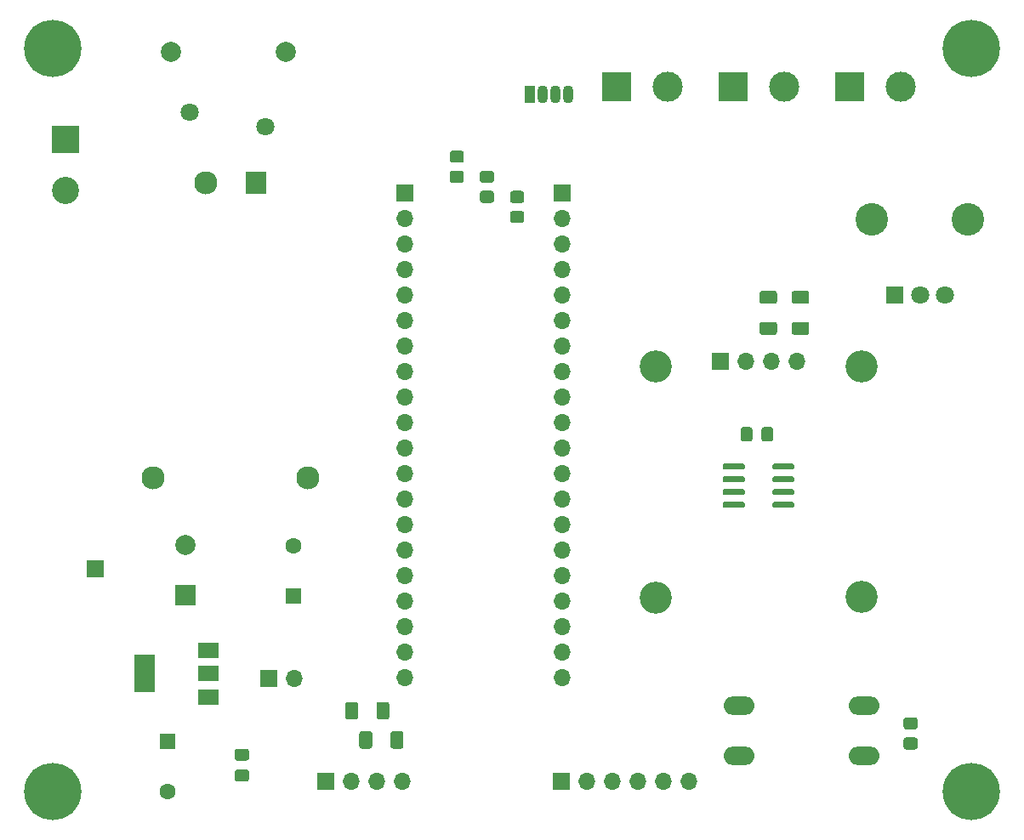
<source format=gbr>
G04 #@! TF.GenerationSoftware,KiCad,Pcbnew,(5.1.7)-1*
G04 #@! TF.CreationDate,2021-01-09T20:06:41-03:00*
G04 #@! TF.ProjectId,PCB_CONTROLADORA_SOLDAGEM,5043425f-434f-44e5-9452-4f4c41444f52,rev?*
G04 #@! TF.SameCoordinates,Original*
G04 #@! TF.FileFunction,Soldermask,Top*
G04 #@! TF.FilePolarity,Negative*
%FSLAX46Y46*%
G04 Gerber Fmt 4.6, Leading zero omitted, Abs format (unit mm)*
G04 Created by KiCad (PCBNEW (5.1.7)-1) date 2021-01-09 20:06:41*
%MOMM*%
%LPD*%
G01*
G04 APERTURE LIST*
%ADD10R,2.700000X2.700000*%
%ADD11C,2.700000*%
%ADD12C,3.200000*%
%ADD13R,3.000000X3.000000*%
%ADD14C,3.000000*%
%ADD15O,1.700000X1.700000*%
%ADD16R,1.700000X1.700000*%
%ADD17O,3.048000X1.850000*%
%ADD18R,1.600000X1.600000*%
%ADD19C,1.600000*%
%ADD20C,2.300000*%
%ADD21R,2.000000X2.300000*%
%ADD22C,1.800000*%
%ADD23R,2.000000X3.800000*%
%ADD24R,2.000000X1.500000*%
%ADD25C,2.000000*%
%ADD26R,2.000000X2.000000*%
%ADD27R,1.070000X1.800000*%
%ADD28O,1.070000X1.800000*%
%ADD29R,1.800000X1.800000*%
%ADD30C,3.240000*%
%ADD31C,5.700000*%
G04 APERTURE END LIST*
D10*
X107140000Y-75840000D03*
D11*
X107140000Y-80920000D03*
D12*
X165930000Y-98450000D03*
X186430000Y-98440000D03*
X165930000Y-121454000D03*
X186430000Y-121440000D03*
D13*
X185240000Y-70570000D03*
D14*
X190320000Y-70570000D03*
X167140000Y-70570000D03*
D13*
X162060000Y-70570000D03*
D15*
X140960000Y-129425001D03*
X140960000Y-126885001D03*
X140960000Y-124345001D03*
X140960000Y-121805001D03*
X140960000Y-119265001D03*
X140960000Y-116725001D03*
X140960000Y-114185001D03*
X140960000Y-111645001D03*
X140960000Y-109105001D03*
X140960000Y-106565001D03*
X140960000Y-104025001D03*
X140960000Y-101485001D03*
X140960000Y-98945001D03*
X140960000Y-96405001D03*
X140960000Y-93865001D03*
X140960000Y-91325001D03*
X140960000Y-88785001D03*
X140960000Y-86245001D03*
X140960000Y-83705001D03*
D16*
X140960000Y-81165001D03*
X156605001Y-81165001D03*
D15*
X156605001Y-83705001D03*
X156605001Y-86245001D03*
X156605001Y-88785001D03*
X156605001Y-91325001D03*
X156605001Y-93865001D03*
X156605001Y-96405001D03*
X156605001Y-98945001D03*
X156605001Y-101485001D03*
X156605001Y-104025001D03*
X156605001Y-106565001D03*
X156605001Y-109105001D03*
X156605001Y-111645001D03*
X156605001Y-114185001D03*
X156605001Y-116725001D03*
X156605001Y-119265001D03*
X156605001Y-121805001D03*
X156605001Y-124345001D03*
X156605001Y-126885001D03*
X156605001Y-129425001D03*
G36*
G01*
X190859999Y-133400000D02*
X191760001Y-133400000D01*
G75*
G02*
X192010000Y-133649999I0J-249999D01*
G01*
X192010000Y-134350001D01*
G75*
G02*
X191760001Y-134600000I-249999J0D01*
G01*
X190859999Y-134600000D01*
G75*
G02*
X190610000Y-134350001I0J249999D01*
G01*
X190610000Y-133649999D01*
G75*
G02*
X190859999Y-133400000I249999J0D01*
G01*
G37*
G36*
G01*
X190859999Y-135400000D02*
X191760001Y-135400000D01*
G75*
G02*
X192010000Y-135649999I0J-249999D01*
G01*
X192010000Y-136350001D01*
G75*
G02*
X191760001Y-136600000I-249999J0D01*
G01*
X190859999Y-136600000D01*
G75*
G02*
X190610000Y-136350001I0J249999D01*
G01*
X190610000Y-135649999D01*
G75*
G02*
X190859999Y-135400000I249999J0D01*
G01*
G37*
D17*
X186710000Y-132250000D03*
X186710000Y-137250000D03*
X174210000Y-132250000D03*
X174210000Y-137250000D03*
G36*
G01*
X179750000Y-112100000D02*
X179750000Y-112400000D01*
G75*
G02*
X179600000Y-112550000I-150000J0D01*
G01*
X177700000Y-112550000D01*
G75*
G02*
X177550000Y-112400000I0J150000D01*
G01*
X177550000Y-112100000D01*
G75*
G02*
X177700000Y-111950000I150000J0D01*
G01*
X179600000Y-111950000D01*
G75*
G02*
X179750000Y-112100000I0J-150000D01*
G01*
G37*
G36*
G01*
X179750000Y-110830000D02*
X179750000Y-111130000D01*
G75*
G02*
X179600000Y-111280000I-150000J0D01*
G01*
X177700000Y-111280000D01*
G75*
G02*
X177550000Y-111130000I0J150000D01*
G01*
X177550000Y-110830000D01*
G75*
G02*
X177700000Y-110680000I150000J0D01*
G01*
X179600000Y-110680000D01*
G75*
G02*
X179750000Y-110830000I0J-150000D01*
G01*
G37*
G36*
G01*
X179750000Y-109560000D02*
X179750000Y-109860000D01*
G75*
G02*
X179600000Y-110010000I-150000J0D01*
G01*
X177700000Y-110010000D01*
G75*
G02*
X177550000Y-109860000I0J150000D01*
G01*
X177550000Y-109560000D01*
G75*
G02*
X177700000Y-109410000I150000J0D01*
G01*
X179600000Y-109410000D01*
G75*
G02*
X179750000Y-109560000I0J-150000D01*
G01*
G37*
G36*
G01*
X179750000Y-108290000D02*
X179750000Y-108590000D01*
G75*
G02*
X179600000Y-108740000I-150000J0D01*
G01*
X177700000Y-108740000D01*
G75*
G02*
X177550000Y-108590000I0J150000D01*
G01*
X177550000Y-108290000D01*
G75*
G02*
X177700000Y-108140000I150000J0D01*
G01*
X179600000Y-108140000D01*
G75*
G02*
X179750000Y-108290000I0J-150000D01*
G01*
G37*
G36*
G01*
X174800000Y-108290000D02*
X174800000Y-108590000D01*
G75*
G02*
X174650000Y-108740000I-150000J0D01*
G01*
X172750000Y-108740000D01*
G75*
G02*
X172600000Y-108590000I0J150000D01*
G01*
X172600000Y-108290000D01*
G75*
G02*
X172750000Y-108140000I150000J0D01*
G01*
X174650000Y-108140000D01*
G75*
G02*
X174800000Y-108290000I0J-150000D01*
G01*
G37*
G36*
G01*
X174800000Y-109560000D02*
X174800000Y-109860000D01*
G75*
G02*
X174650000Y-110010000I-150000J0D01*
G01*
X172750000Y-110010000D01*
G75*
G02*
X172600000Y-109860000I0J150000D01*
G01*
X172600000Y-109560000D01*
G75*
G02*
X172750000Y-109410000I150000J0D01*
G01*
X174650000Y-109410000D01*
G75*
G02*
X174800000Y-109560000I0J-150000D01*
G01*
G37*
G36*
G01*
X174800000Y-110830000D02*
X174800000Y-111130000D01*
G75*
G02*
X174650000Y-111280000I-150000J0D01*
G01*
X172750000Y-111280000D01*
G75*
G02*
X172600000Y-111130000I0J150000D01*
G01*
X172600000Y-110830000D01*
G75*
G02*
X172750000Y-110680000I150000J0D01*
G01*
X174650000Y-110680000D01*
G75*
G02*
X174800000Y-110830000I0J-150000D01*
G01*
G37*
G36*
G01*
X174800000Y-112100000D02*
X174800000Y-112400000D01*
G75*
G02*
X174650000Y-112550000I-150000J0D01*
G01*
X172750000Y-112550000D01*
G75*
G02*
X172600000Y-112400000I0J150000D01*
G01*
X172600000Y-112100000D01*
G75*
G02*
X172750000Y-111950000I150000J0D01*
G01*
X174650000Y-111950000D01*
G75*
G02*
X174800000Y-112100000I0J-150000D01*
G01*
G37*
D16*
X172370000Y-97950000D03*
D15*
X174910000Y-97950000D03*
X177450000Y-97950000D03*
X179990000Y-97950000D03*
D16*
X133130000Y-139740000D03*
D15*
X135670000Y-139740000D03*
X138210000Y-139740000D03*
X140750000Y-139740000D03*
D13*
X173660000Y-70570000D03*
D14*
X178740000Y-70570000D03*
G36*
G01*
X174392500Y-105695000D02*
X174392500Y-104745000D01*
G75*
G02*
X174642500Y-104495000I250000J0D01*
G01*
X175317500Y-104495000D01*
G75*
G02*
X175567500Y-104745000I0J-250000D01*
G01*
X175567500Y-105695000D01*
G75*
G02*
X175317500Y-105945000I-250000J0D01*
G01*
X174642500Y-105945000D01*
G75*
G02*
X174392500Y-105695000I0J250000D01*
G01*
G37*
G36*
G01*
X176467500Y-105695000D02*
X176467500Y-104745000D01*
G75*
G02*
X176717500Y-104495000I250000J0D01*
G01*
X177392500Y-104495000D01*
G75*
G02*
X177642500Y-104745000I0J-250000D01*
G01*
X177642500Y-105695000D01*
G75*
G02*
X177392500Y-105945000I-250000J0D01*
G01*
X176717500Y-105945000D01*
G75*
G02*
X176467500Y-105695000I0J250000D01*
G01*
G37*
G36*
G01*
X139530000Y-136265001D02*
X139530000Y-135014999D01*
G75*
G02*
X139779999Y-134765000I249999J0D01*
G01*
X140580001Y-134765000D01*
G75*
G02*
X140830000Y-135014999I0J-249999D01*
G01*
X140830000Y-136265001D01*
G75*
G02*
X140580001Y-136515000I-249999J0D01*
G01*
X139779999Y-136515000D01*
G75*
G02*
X139530000Y-136265001I0J249999D01*
G01*
G37*
G36*
G01*
X136430000Y-136265001D02*
X136430000Y-135014999D01*
G75*
G02*
X136679999Y-134765000I249999J0D01*
G01*
X137480001Y-134765000D01*
G75*
G02*
X137730000Y-135014999I0J-249999D01*
G01*
X137730000Y-136265001D01*
G75*
G02*
X137480001Y-136515000I-249999J0D01*
G01*
X136679999Y-136515000D01*
G75*
G02*
X136430000Y-136265001I0J249999D01*
G01*
G37*
G36*
G01*
X139430000Y-132114999D02*
X139430000Y-133365001D01*
G75*
G02*
X139180001Y-133615000I-249999J0D01*
G01*
X138379999Y-133615000D01*
G75*
G02*
X138130000Y-133365001I0J249999D01*
G01*
X138130000Y-132114999D01*
G75*
G02*
X138379999Y-131865000I249999J0D01*
G01*
X139180001Y-131865000D01*
G75*
G02*
X139430000Y-132114999I0J-249999D01*
G01*
G37*
G36*
G01*
X136330000Y-132114999D02*
X136330000Y-133365001D01*
G75*
G02*
X136080001Y-133615000I-249999J0D01*
G01*
X135279999Y-133615000D01*
G75*
G02*
X135030000Y-133365001I0J249999D01*
G01*
X135030000Y-132114999D01*
G75*
G02*
X135279999Y-131865000I249999J0D01*
G01*
X136080001Y-131865000D01*
G75*
G02*
X136330000Y-132114999I0J-249999D01*
G01*
G37*
D18*
X129840000Y-121340000D03*
D19*
X129840000Y-116340000D03*
D18*
X117320000Y-135790000D03*
D19*
X117320000Y-140790000D03*
G36*
G01*
X124265000Y-136532500D02*
X125215000Y-136532500D01*
G75*
G02*
X125465000Y-136782500I0J-250000D01*
G01*
X125465000Y-137457500D01*
G75*
G02*
X125215000Y-137707500I-250000J0D01*
G01*
X124265000Y-137707500D01*
G75*
G02*
X124015000Y-137457500I0J250000D01*
G01*
X124015000Y-136782500D01*
G75*
G02*
X124265000Y-136532500I250000J0D01*
G01*
G37*
G36*
G01*
X124265000Y-138607500D02*
X125215000Y-138607500D01*
G75*
G02*
X125465000Y-138857500I0J-250000D01*
G01*
X125465000Y-139532500D01*
G75*
G02*
X125215000Y-139782500I-250000J0D01*
G01*
X124265000Y-139782500D01*
G75*
G02*
X124015000Y-139532500I0J250000D01*
G01*
X124015000Y-138857500D01*
G75*
G02*
X124265000Y-138607500I250000J0D01*
G01*
G37*
D16*
X127400000Y-129490000D03*
D15*
X129940000Y-129490000D03*
D20*
X131310000Y-109550000D03*
D21*
X126110000Y-80150000D03*
D20*
X121110000Y-80150000D03*
X115910000Y-109550000D03*
D22*
X127070000Y-74560000D03*
X119570000Y-73160000D03*
D23*
X115080000Y-129050000D03*
D24*
X121380000Y-129050000D03*
X121380000Y-126750000D03*
X121380000Y-131350000D03*
D25*
X129120000Y-67150000D03*
X117720000Y-67150000D03*
X119160000Y-116220000D03*
D26*
X119160000Y-121220000D03*
D27*
X153440000Y-71320000D03*
D28*
X154710000Y-71320000D03*
X155980000Y-71320000D03*
X157250000Y-71320000D03*
G36*
G01*
X145689999Y-76970000D02*
X146590001Y-76970000D01*
G75*
G02*
X146840000Y-77219999I0J-249999D01*
G01*
X146840000Y-77920001D01*
G75*
G02*
X146590001Y-78170000I-249999J0D01*
G01*
X145689999Y-78170000D01*
G75*
G02*
X145440000Y-77920001I0J249999D01*
G01*
X145440000Y-77219999D01*
G75*
G02*
X145689999Y-76970000I249999J0D01*
G01*
G37*
G36*
G01*
X145689999Y-78970000D02*
X146590001Y-78970000D01*
G75*
G02*
X146840000Y-79219999I0J-249999D01*
G01*
X146840000Y-79920001D01*
G75*
G02*
X146590001Y-80170000I-249999J0D01*
G01*
X145689999Y-80170000D01*
G75*
G02*
X145440000Y-79920001I0J249999D01*
G01*
X145440000Y-79219999D01*
G75*
G02*
X145689999Y-78970000I249999J0D01*
G01*
G37*
G36*
G01*
X149590001Y-80170000D02*
X148689999Y-80170000D01*
G75*
G02*
X148440000Y-79920001I0J249999D01*
G01*
X148440000Y-79219999D01*
G75*
G02*
X148689999Y-78970000I249999J0D01*
G01*
X149590001Y-78970000D01*
G75*
G02*
X149840000Y-79219999I0J-249999D01*
G01*
X149840000Y-79920001D01*
G75*
G02*
X149590001Y-80170000I-249999J0D01*
G01*
G37*
G36*
G01*
X149590001Y-82170000D02*
X148689999Y-82170000D01*
G75*
G02*
X148440000Y-81920001I0J249999D01*
G01*
X148440000Y-81219999D01*
G75*
G02*
X148689999Y-80970000I249999J0D01*
G01*
X149590001Y-80970000D01*
G75*
G02*
X149840000Y-81219999I0J-249999D01*
G01*
X149840000Y-81920001D01*
G75*
G02*
X149590001Y-82170000I-249999J0D01*
G01*
G37*
G36*
G01*
X152590001Y-84170000D02*
X151689999Y-84170000D01*
G75*
G02*
X151440000Y-83920001I0J249999D01*
G01*
X151440000Y-83219999D01*
G75*
G02*
X151689999Y-82970000I249999J0D01*
G01*
X152590001Y-82970000D01*
G75*
G02*
X152840000Y-83219999I0J-249999D01*
G01*
X152840000Y-83920001D01*
G75*
G02*
X152590001Y-84170000I-249999J0D01*
G01*
G37*
G36*
G01*
X152590001Y-82170000D02*
X151689999Y-82170000D01*
G75*
G02*
X151440000Y-81920001I0J249999D01*
G01*
X151440000Y-81219999D01*
G75*
G02*
X151689999Y-80970000I249999J0D01*
G01*
X152590001Y-80970000D01*
G75*
G02*
X152840000Y-81219999I0J-249999D01*
G01*
X152840000Y-81920001D01*
G75*
G02*
X152590001Y-82170000I-249999J0D01*
G01*
G37*
G36*
G01*
X176514999Y-94020000D02*
X177765001Y-94020000D01*
G75*
G02*
X178015000Y-94269999I0J-249999D01*
G01*
X178015000Y-95070001D01*
G75*
G02*
X177765001Y-95320000I-249999J0D01*
G01*
X176514999Y-95320000D01*
G75*
G02*
X176265000Y-95070001I0J249999D01*
G01*
X176265000Y-94269999D01*
G75*
G02*
X176514999Y-94020000I249999J0D01*
G01*
G37*
G36*
G01*
X176514999Y-90920000D02*
X177765001Y-90920000D01*
G75*
G02*
X178015000Y-91169999I0J-249999D01*
G01*
X178015000Y-91970001D01*
G75*
G02*
X177765001Y-92220000I-249999J0D01*
G01*
X176514999Y-92220000D01*
G75*
G02*
X176265000Y-91970001I0J249999D01*
G01*
X176265000Y-91169999D01*
G75*
G02*
X176514999Y-90920000I249999J0D01*
G01*
G37*
G36*
G01*
X179714999Y-90920000D02*
X180965001Y-90920000D01*
G75*
G02*
X181215000Y-91169999I0J-249999D01*
G01*
X181215000Y-91970001D01*
G75*
G02*
X180965001Y-92220000I-249999J0D01*
G01*
X179714999Y-92220000D01*
G75*
G02*
X179465000Y-91970001I0J249999D01*
G01*
X179465000Y-91169999D01*
G75*
G02*
X179714999Y-90920000I249999J0D01*
G01*
G37*
G36*
G01*
X179714999Y-94020000D02*
X180965001Y-94020000D01*
G75*
G02*
X181215000Y-94269999I0J-249999D01*
G01*
X181215000Y-95070001D01*
G75*
G02*
X180965001Y-95320000I-249999J0D01*
G01*
X179714999Y-95320000D01*
G75*
G02*
X179465000Y-95070001I0J249999D01*
G01*
X179465000Y-94269999D01*
G75*
G02*
X179714999Y-94020000I249999J0D01*
G01*
G37*
D29*
X189730000Y-91300000D03*
D22*
X192230000Y-91300000D03*
X194730000Y-91300000D03*
D30*
X197030000Y-83800000D03*
X187430000Y-83800000D03*
D16*
X156530000Y-139740000D03*
D15*
X159070000Y-139740000D03*
X161610000Y-139740000D03*
X164150000Y-139740000D03*
X166690000Y-139740000D03*
X169230000Y-139740000D03*
D16*
X110140000Y-118570000D03*
D31*
X197340000Y-66770000D03*
X105940000Y-140770000D03*
X197340000Y-140770000D03*
X105940000Y-66770000D03*
M02*

</source>
